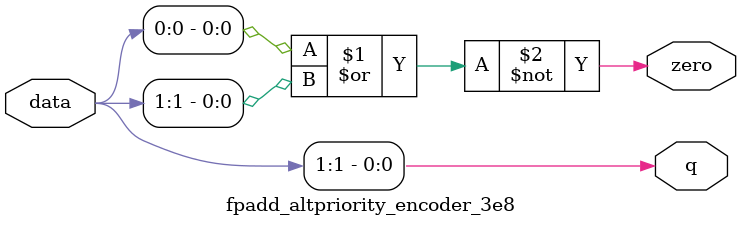
<source format=v>
module  fpadd_altpriority_encoder_3e8
	( 
	data,
	q,
	zero) ;
	input   [1:0]  data;
	output   [0:0]  q;
	output   zero;
	assign
		q = {data[1]},
		zero = (~ (data[0] | data[1]));
endmodule
</source>
